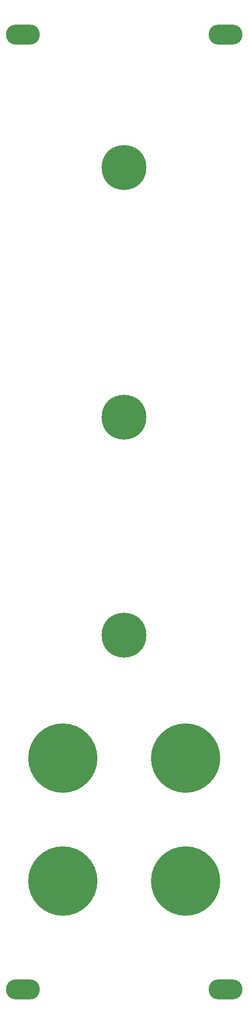
<source format=gbr>
%TF.GenerationSoftware,KiCad,Pcbnew,5.1.6-c6e7f7d~87~ubuntu20.04.1*%
%TF.CreationDate,2020-10-18T19:42:46-04:00*%
%TF.ProjectId,skvcf_panel,736b7663-665f-4706-916e-656c2e6b6963,rev?*%
%TF.SameCoordinates,Original*%
%TF.FileFunction,Soldermask,Top*%
%TF.FilePolarity,Negative*%
%FSLAX46Y46*%
G04 Gerber Fmt 4.6, Leading zero omitted, Abs format (unit mm)*
G04 Created by KiCad (PCBNEW 5.1.6-c6e7f7d~87~ubuntu20.04.1) date 2020-10-18 19:42:46*
%MOMM*%
%LPD*%
G01*
G04 APERTURE LIST*
%ADD10O,6.900000X4.100000*%
%ADD11C,14.100000*%
%ADD12C,9.100000*%
G04 APERTURE END LIST*
D10*
%TO.C,H11*%
X-20600000Y53000000D03*
%TD*%
%TO.C,H10*%
X20600000Y247000000D03*
%TD*%
%TO.C,H9*%
X-20600000Y247000000D03*
%TD*%
%TO.C,H8*%
X20600000Y53000000D03*
%TD*%
D11*
%TO.C,H7*%
X12500000Y75000000D03*
%TD*%
%TO.C,H6*%
X-12500000Y75000000D03*
%TD*%
%TO.C,H5*%
X12500000Y100000000D03*
%TD*%
%TO.C,H4*%
X-12500000Y100000000D03*
%TD*%
D12*
%TO.C,H3*%
X0Y125000000D03*
%TD*%
%TO.C,H2*%
X0Y220000000D03*
%TD*%
%TO.C,H1*%
X0Y169246800D03*
%TD*%
M02*

</source>
